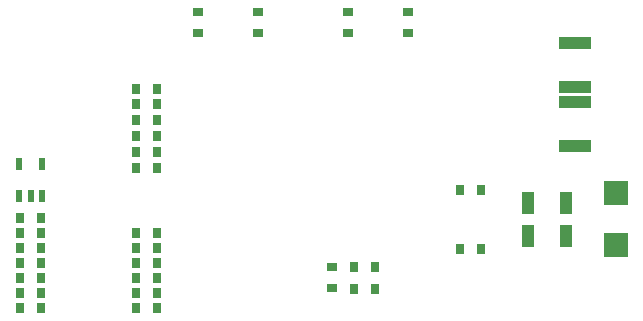
<source format=gbp>
%TF.GenerationSoftware,Altium Limited,Altium Designer,24.1.2 (44)*%
G04 Layer_Color=128*
%FSLAX45Y45*%
%MOMM*%
%TF.SameCoordinates,791679A7-7A64-4111-B289-18E462613817*%
%TF.FilePolarity,Positive*%
%TF.FileFunction,Paste,Bot*%
%TF.Part,Single*%
G01*
G75*
%TA.AperFunction,SMDPad,CuDef*%
%ADD13R,0.95000X0.80000*%
%ADD17R,2.00000X2.00000*%
%ADD18R,0.80000X0.95000*%
%ADD37R,2.70000X1.00000*%
%ADD38R,1.00000X1.90000*%
%ADD39R,0.60000X1.00000*%
D13*
X2263500Y2770000D02*
D03*
Y2950000D02*
D03*
X2771500Y2770000D02*
D03*
Y2950000D02*
D03*
X3533500Y2770000D02*
D03*
Y2950000D02*
D03*
X4041500Y2770000D02*
D03*
Y2950000D02*
D03*
X3396000Y788000D02*
D03*
Y608000D02*
D03*
D17*
X5800000Y972500D02*
D03*
Y1412500D02*
D03*
D18*
X4657500Y1442500D02*
D03*
X4477500D02*
D03*
X4657500Y942500D02*
D03*
X4477500D02*
D03*
X3761000Y793000D02*
D03*
X3581000D02*
D03*
X3761000Y603000D02*
D03*
X3581000D02*
D03*
X1914000Y2300000D02*
D03*
X1734000D02*
D03*
X1914000Y2165000D02*
D03*
X1734000D02*
D03*
X1914000Y2030000D02*
D03*
X1734000D02*
D03*
X1914000Y1895000D02*
D03*
X1734000D02*
D03*
Y1760000D02*
D03*
X1914000D02*
D03*
X1734000Y1625000D02*
D03*
X1914000D02*
D03*
Y1079000D02*
D03*
X1734000D02*
D03*
X1914000Y952000D02*
D03*
X1734000D02*
D03*
Y825000D02*
D03*
X1914000D02*
D03*
X1734000Y698000D02*
D03*
X1914000D02*
D03*
X1734000Y571000D02*
D03*
X1914000D02*
D03*
X1734000Y444000D02*
D03*
X1914000D02*
D03*
X934000Y1206000D02*
D03*
X754000D02*
D03*
Y1079000D02*
D03*
X934000D02*
D03*
X754000Y952000D02*
D03*
X934000D02*
D03*
X754000Y825000D02*
D03*
X934000D02*
D03*
X754000Y698000D02*
D03*
X934000D02*
D03*
X754000Y571000D02*
D03*
X934000D02*
D03*
X754000Y444000D02*
D03*
X934000D02*
D03*
D37*
X5452500Y2685000D02*
D03*
Y2315000D02*
D03*
Y1815000D02*
D03*
Y2185000D02*
D03*
D38*
X5377500Y1332500D02*
D03*
X5057500D02*
D03*
X5377500Y1052500D02*
D03*
X5057500D02*
D03*
D39*
X939000Y1662500D02*
D03*
X749000D02*
D03*
Y1387500D02*
D03*
X844000D02*
D03*
X939000D02*
D03*
%TF.MD5,701585522956a35ba834a02c104d2e3a*%
M02*

</source>
